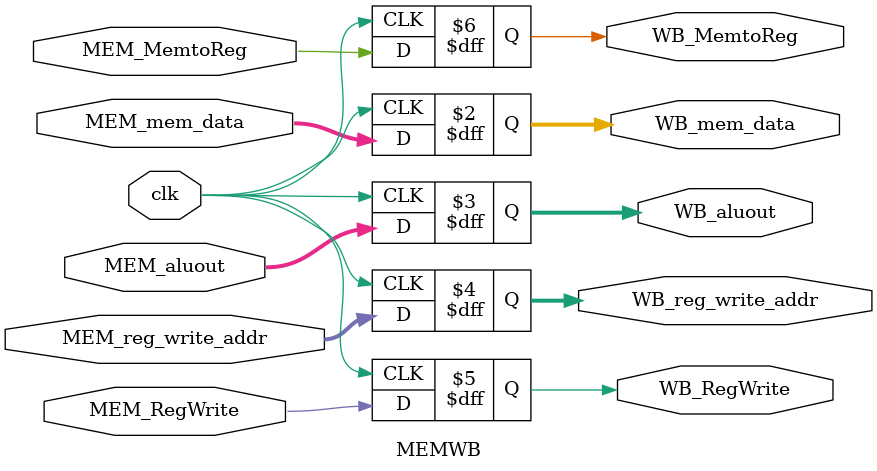
<source format=v>
`timescale 1ns / 1ps


module MEMWB(clk, MEM_mem_data, MEM_aluout, MEM_reg_write_addr, MEM_RegWrite, MEM_MemtoReg, WB_mem_data, WB_aluout, WB_reg_write_addr, WB_RegWrite, WB_MemtoReg);

input clk;
input [7:0] MEM_mem_data, MEM_aluout, MEM_reg_write_addr;
input MEM_RegWrite, MEM_MemtoReg;

output reg [7:0] WB_mem_data, WB_aluout, WB_reg_write_addr;
output reg WB_RegWrite, WB_MemtoReg;

always @(posedge clk) begin

    {WB_mem_data, WB_aluout, WB_reg_write_addr} <= {MEM_mem_data, MEM_aluout, MEM_reg_write_addr};
    {WB_RegWrite, WB_MemtoReg} <= {MEM_RegWrite, MEM_MemtoReg};

end

endmodule

</source>
